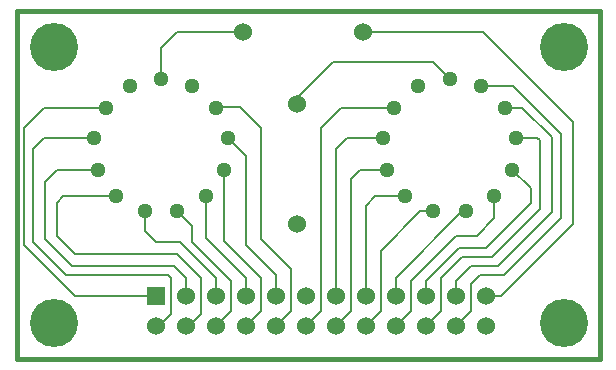
<source format=gtl>
G04 (created by PCBNEW-RS274X (2011-04-29 BZR 2986)-stable) date 8/31/2011 10:38:09 PM*
G01*
G70*
G90*
%MOIN*%
G04 Gerber Fmt 3.4, Leading zero omitted, Abs format*
%FSLAX34Y34*%
G04 APERTURE LIST*
%ADD10C,0.006000*%
%ADD11C,0.015000*%
%ADD12R,0.060000X0.060000*%
%ADD13C,0.060000*%
%ADD14C,0.160000*%
%ADD15C,0.051200*%
%ADD16C,0.008000*%
G04 APERTURE END LIST*
G54D10*
G54D11*
X07800Y-18600D02*
X27200Y-18600D01*
X07800Y-07000D02*
X27200Y-07000D01*
X07781Y-07000D02*
X07781Y-18600D01*
X27200Y-18600D02*
X27200Y-07000D01*
G54D12*
X12400Y-16500D03*
G54D13*
X12400Y-17500D03*
X13400Y-16500D03*
X13400Y-17500D03*
X14400Y-16500D03*
X14400Y-17500D03*
X15400Y-16500D03*
X15400Y-17500D03*
X16400Y-16500D03*
X16400Y-17500D03*
X17400Y-16500D03*
X17400Y-17500D03*
X18400Y-16500D03*
X18400Y-17500D03*
X19400Y-16500D03*
X19400Y-17500D03*
X20400Y-16500D03*
X20400Y-17500D03*
X21400Y-16500D03*
X21400Y-17500D03*
X22400Y-16500D03*
X22400Y-17500D03*
X23400Y-16500D03*
X23400Y-17500D03*
G54D14*
X26000Y-08200D03*
X26000Y-17400D03*
X09000Y-17400D03*
X09000Y-08200D03*
G54D15*
X12581Y-09256D03*
X13624Y-09512D03*
X14427Y-10224D03*
X14809Y-11228D03*
X14679Y-12295D03*
X14069Y-13181D03*
X13120Y-13677D03*
X12042Y-13677D03*
X11093Y-13181D03*
X10483Y-12295D03*
X10353Y-11228D03*
X10735Y-10224D03*
X11538Y-09512D03*
X22200Y-09256D03*
X23243Y-09512D03*
X24046Y-10224D03*
X24428Y-11228D03*
X24298Y-12295D03*
X23688Y-13181D03*
X22739Y-13677D03*
X21661Y-13677D03*
X20712Y-13181D03*
X20102Y-12295D03*
X19972Y-11228D03*
X20354Y-10224D03*
X21157Y-09512D03*
G54D13*
X15300Y-07700D03*
X19300Y-07700D03*
X17100Y-10100D03*
X17100Y-14100D03*
G54D16*
X08676Y-10224D02*
X10735Y-10224D01*
X08000Y-10900D02*
X08676Y-10224D01*
X08000Y-14800D02*
X08000Y-10900D01*
X09700Y-16500D02*
X08000Y-14800D01*
X12400Y-16500D02*
X09700Y-16500D01*
X13400Y-16500D02*
X13400Y-15900D01*
X09105Y-12295D02*
X10483Y-12295D01*
X08700Y-12700D02*
X09105Y-12295D01*
X08700Y-14600D02*
X08700Y-12700D01*
X09600Y-15500D02*
X08700Y-14600D01*
X13000Y-15500D02*
X09600Y-15500D01*
X13400Y-15900D02*
X13000Y-15500D01*
X24624Y-10224D02*
X24046Y-10224D01*
X25600Y-11200D02*
X24624Y-10224D01*
X25600Y-13700D02*
X25600Y-11200D01*
X23800Y-15500D02*
X25600Y-13700D01*
X22900Y-15500D02*
X23800Y-15500D01*
X22400Y-16000D02*
X22900Y-15500D01*
X22400Y-16500D02*
X22400Y-16000D01*
X18300Y-08700D02*
X21644Y-08700D01*
X17100Y-09900D02*
X18300Y-08700D01*
X17100Y-10100D02*
X17100Y-09900D01*
X21644Y-08700D02*
X22200Y-09256D01*
X23688Y-13912D02*
X23688Y-13181D01*
X23100Y-14500D02*
X23688Y-13912D01*
X22400Y-14500D02*
X23100Y-14500D01*
X20900Y-17000D02*
X20900Y-16000D01*
X20900Y-16000D02*
X22400Y-14500D01*
X20400Y-17500D02*
X20900Y-17000D01*
X25128Y-11228D02*
X24428Y-11228D01*
X21400Y-17500D02*
X21900Y-17000D01*
X23600Y-15200D02*
X25200Y-13600D01*
X22600Y-15200D02*
X23600Y-15200D01*
X21900Y-15900D02*
X22600Y-15200D01*
X21900Y-17000D02*
X21900Y-15900D01*
X25200Y-13600D02*
X25200Y-11300D01*
X25200Y-11300D02*
X25128Y-11228D01*
X22900Y-16100D02*
X23200Y-15800D01*
X22900Y-17000D02*
X22900Y-16100D01*
X22400Y-17500D02*
X22900Y-17000D01*
X25900Y-11100D02*
X24312Y-09512D01*
X25900Y-13900D02*
X25900Y-11100D01*
X24000Y-15800D02*
X25900Y-13900D01*
X24312Y-09512D02*
X23243Y-09512D01*
X23200Y-15800D02*
X24000Y-15800D01*
X13100Y-07700D02*
X12581Y-08219D01*
X12581Y-08219D02*
X12581Y-09256D01*
X15300Y-07700D02*
X13100Y-07700D01*
X09400Y-15800D02*
X08300Y-14700D01*
X08672Y-11228D02*
X10353Y-11228D01*
X12900Y-15900D02*
X12800Y-15800D01*
X12900Y-17100D02*
X12900Y-15900D01*
X12500Y-17500D02*
X12900Y-17100D01*
X12800Y-15800D02*
X09400Y-15800D01*
X08300Y-14700D02*
X08300Y-11600D01*
X12400Y-17500D02*
X12500Y-17500D01*
X08300Y-11600D02*
X08672Y-11228D01*
X09100Y-14500D02*
X09100Y-13400D01*
X09100Y-13400D02*
X09319Y-13181D01*
X13100Y-15100D02*
X09700Y-15100D01*
X13900Y-15900D02*
X13100Y-15100D01*
X13900Y-17100D02*
X13900Y-15900D01*
X13500Y-17500D02*
X13900Y-17100D01*
X13400Y-17500D02*
X13500Y-17500D01*
X09700Y-15100D02*
X09100Y-14500D01*
X09319Y-13181D02*
X11093Y-13181D01*
X12042Y-14342D02*
X12042Y-13677D01*
X12400Y-14700D02*
X12042Y-14342D01*
X14400Y-15900D02*
X13200Y-14700D01*
X14400Y-16500D02*
X14400Y-15900D01*
X13200Y-14700D02*
X12400Y-14700D01*
X14400Y-17500D02*
X14900Y-17000D01*
X13600Y-14157D02*
X13120Y-13677D01*
X14900Y-17000D02*
X14900Y-16000D01*
X13600Y-14700D02*
X13600Y-14157D01*
X14900Y-16000D02*
X13600Y-14700D01*
X14069Y-14569D02*
X14069Y-13181D01*
X15400Y-15900D02*
X14069Y-14569D01*
X15400Y-16500D02*
X15400Y-15900D01*
X15900Y-15900D02*
X14679Y-14679D01*
X15400Y-17500D02*
X15900Y-17000D01*
X15900Y-17000D02*
X15900Y-15900D01*
X14679Y-14679D02*
X14679Y-12295D01*
X18400Y-16500D02*
X18400Y-11600D01*
X18772Y-11228D02*
X19972Y-11228D01*
X18400Y-11600D02*
X18772Y-11228D01*
X23400Y-16500D02*
X23900Y-16500D01*
X26300Y-14100D02*
X26300Y-10700D01*
X26300Y-10700D02*
X23300Y-07700D01*
X23300Y-07700D02*
X19300Y-07700D01*
X23900Y-16500D02*
X26300Y-14100D01*
X19400Y-16500D02*
X19400Y-13500D01*
X19719Y-13181D02*
X20712Y-13181D01*
X19400Y-13500D02*
X19719Y-13181D01*
X20400Y-16500D02*
X20400Y-15900D01*
X22623Y-13677D02*
X22739Y-13677D01*
X20400Y-15900D02*
X22623Y-13677D01*
X22500Y-14900D02*
X23400Y-14900D01*
X21400Y-16000D02*
X22500Y-14900D01*
X21400Y-16500D02*
X21400Y-16000D01*
X24900Y-12897D02*
X24298Y-12295D01*
X24900Y-13400D02*
X24900Y-12897D01*
X23400Y-14900D02*
X24900Y-13400D01*
X18576Y-10224D02*
X20354Y-10224D01*
X17900Y-10900D02*
X18576Y-10224D01*
X17900Y-17000D02*
X17900Y-10900D01*
X17400Y-17500D02*
X17900Y-17000D01*
X18900Y-17000D02*
X18900Y-12600D01*
X18400Y-17500D02*
X18900Y-17000D01*
X19205Y-12295D02*
X20102Y-12295D01*
X18900Y-12600D02*
X19205Y-12295D01*
X19900Y-15000D02*
X21223Y-13677D01*
X19900Y-17000D02*
X19900Y-15000D01*
X19400Y-17500D02*
X19900Y-17000D01*
X21223Y-13677D02*
X21661Y-13677D01*
X15400Y-11819D02*
X14809Y-11228D01*
X15400Y-14800D02*
X15400Y-11819D01*
X16400Y-15800D02*
X15400Y-14800D01*
X16400Y-16500D02*
X16400Y-15800D01*
X15900Y-14600D02*
X15900Y-10900D01*
X16900Y-15600D02*
X15900Y-14600D01*
X16900Y-17000D02*
X16900Y-15600D01*
X16400Y-17500D02*
X16900Y-17000D01*
X14451Y-10200D02*
X14427Y-10224D01*
X15200Y-10200D02*
X14451Y-10200D01*
X15900Y-10900D02*
X15200Y-10200D01*
M02*

</source>
